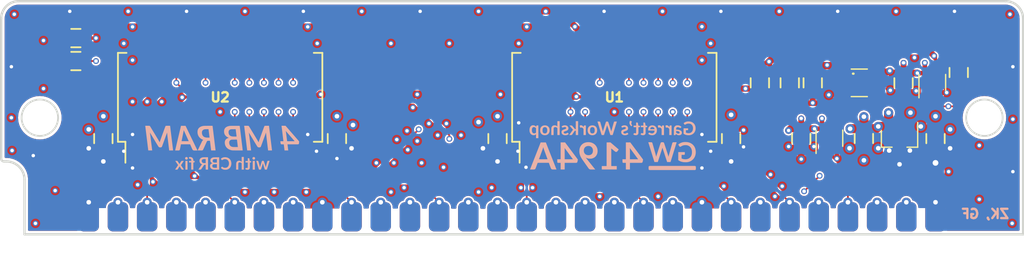
<source format=kicad_pcb>
(kicad_pcb (version 20221018) (generator pcbnew)
  (title_block (title "GW4194A") (date "2023-01-20") (rev "1.1-SOJ-DC") (company "Garrett's Workshop"))
  (layers (0 "F.Cu" signal) (1 "In1.Cu" power) (2 "In2.Cu" power) (31 "B.Cu" signal) (34 "B.Paste" user) (35 "F.Paste" user) (36 "B.SilkS" user "B.Silkscreen") (37 "F.SilkS" user "F.Silkscreen") (38 "B.Mask" user) (39 "F.Mask" user) (44 "Edge.Cuts" user))
  (net 0 "")
  (net 1 "+5V")
  (net 2 "/D0")
  (net 3 "/D1")
  (net 4 "/~{WE}")
  (net 5 "/~{RAS}")
  (net 6 "/~{CAS}")
  (net 7 "/D2")
  (net 8 "/D3")
  (net 9 "GND")
  (net 10 "/D4")
  (net 11 "/D5")
  (net 12 "/D6")
  (net 13 "/A11")
  (net 14 "/D7")
  (net 15 "/QP")
  (net 16 "/~{CASP}")
  (net 17 "/DP")
  (net 18 "/1A0")
  (net 19 "/1A1")
  (net 20 "/1A2")
  (net 21 "/1A3")
  (net 22 "/1A4")
  (net 23 "/1A5")
  (net 24 "/1A6")
  (net 25 "/1A7")
  (net 26 "/1A8")
  (net 27 "/1A10")
  (net 28 "/1A9")
  (net 29 "/~{RWE}")
  (net 30 "/~{OE}")
  (net 31 "/~{WEE}")
  (net 32 "Net-(U4-CK)")
  (net 33 "+3V3")
  (net 34 "Net-(U4-~{R})")
  (net 35 "Net-(R4-Pad2)")
  (footprint "stdpads:C_0805" (layer "F.Cu") (at 85.09 93.257 90)
    (fp_text reference "C1" hide)
    (fp_text value "2u2" hide)
  )
  (footprint "stdpads:C_0805" (layer "F.Cu") (at 105.41 93.257 90)
    (fp_text reference "C2" hide)
    (fp_text value "2u2" hide)
  )
  (footprint "stdpads:C_0805" (layer "F.Cu") (at 119.38 93.257 90)
    (fp_text reference "C3" hide)
    (fp_text value "2u2" hide)
  )
  (footprint "stdpads:C_0805" (layer "F.Cu") (at 157.48 93.257 90)
    (fp_text reference "C5" hide)
    (fp_text value "2u2" hide)
  )
  (footprint "stdpads:SIMM-30_Edge" (layer "F.Cu") (at 120.65 99.822)
    (fp_text reference "J1")
    (fp_text value "DRAM-SIMM-30")
  )
  (footprint "stdpads:R_0805" (layer "F.Cu") (at 82.7 86.5 180)
    (fp_text reference "R1")
    (fp_text value "EDO")
  )
  (footprint "stdpads:R_0805" (layer "F.Cu") (at 82.7 84.5)
    (fp_text reference "R2")
    (fp_text value "FPM")
  )
  (footprint "stdpads:C_0805" (layer "F.Cu") (at 146.8 88.4 -90)
    (fp_text reference "C9")
    (fp_text value "22p")
  )
  (footprint "stdpads:R_0805" (layer "F.Cu") (at 144.8 88.4 -90)
    (fp_text reference "R3")
    (fp_text value "100")
  )
  (footprint "stdpads:SOT-353" (layer "F.Cu") (at 148.25 93.25)
    (fp_text reference "U3")
    (fp_text value "74LVC1G04")
  )
  (footprint "stdpads:SOT-353" (layer "F.Cu") (at 157.2 88.4)
    (fp_text reference "U5")
    (fp_text value "74LVC1G32")
  )
  (footprint "stdpads:C_0805" (layer "F.Cu") (at 154.7 88.4 -90)
    (fp_text reference "C8")
    (fp_text value "2u2")
  )
  (footprint "stdpads:SOT-23" (layer "F.Cu") (at 154.35 93.25 90)
    (fp_text reference "U6")
    (fp_text value "XC6206PxxxMR")
  )
  (footprint "stdpads:C_0805" (layer "F.Cu") (at 151.25 93.25 -90)
    (fp_text reference "C7" hide)
    (fp_text value "2u2" hide)
  )
  (footprint "stdpads:R_0805" (layer "F.Cu") (at 142.2 88.4 90)
    (fp_text reference "R4")
    (fp_text value "100")
  )
  (footprint "stdpads:C_0805" (layer "F.Cu") (at 145.8 93.25 -90)
    (fp_text reference "C6")
    (fp_text value "2u2")
  )
  (footprint "stdpads:SOP-24-26_300mil" (layer "F.Cu") (at 129.54 89.662 90)
    (fp_text reference "U1")
    (fp_text value "4C4M4")
  )
  (footprint "stdpads:SOP-24-26_300mil" (layer "F.Cu") (at 95.25 89.662 90)
    (fp_text reference "U2")
    (fp_text value "4C4M4")
  )
  (footprint "stdpads:C_0805" (layer "F.Cu") (at 139.7 93.257 90)
    (fp_text reference "C4")
    (fp_text value "2u2")
  )
  (footprint "stdpads:NXP_VSSOP-8_2.3x2mm_Big" (layer "F.Cu") (at 150.85 88.4)
    (fp_text reference "U4")
    (fp_text value "74LVC1G74DC")
  )
  (footprint "stdpads:R_0805" (layer "F.Cu") (at 159.5 87.5 -90)
    (fp_text reference "R5")
    (fp_text value "DNP")
  )
  (footprint "LOGO" (layer "B.Cu") (at 129.413 94.0435 180)
    (fp_text reference "G***" hide)
    (fp_text value "LOGO" hide)
  )
  (footprint "LOGO" (layer "B.Cu") (at 95.4405 93.98 180)
    (fp_text reference "G***" hide)
    (fp_text value "LOGO" hide)
  )
  (gr_circle (center 79.5655 91.44) (end 77.978 91.44) (stroke (width 0.15)) (fill none) (layer "Edge.Cuts"))
  (gr_circle (center 161.7345 91.44) (end 163.322 91.44) (stroke (width 0.15)) (fill none) (layer "Edge.Cuts"))
  (gr_arc (start 163.576 81.28) (mid 164.653631 81.726369) (end 165.1 82.804) (stroke (width 0.2)) (layer "Edge.Cuts"))
  (gr_arc (start 76.2 82.804) (mid 76.646369 81.726369) (end 77.724 81.28) (stroke (width 0.2)) (layer "Edge.Cuts"))
  (gr_line (start 76.6445 95.25) (end 76.454 95.25) (stroke (width 0.2)) (layer "Edge.Cuts"))
  (gr_line (start 78.232 101.6) (end 78.232 96.8375) (stroke (width 0.2)) (layer "Edge.Cuts"))
  (gr_arc (start 76.454 95.25) (mid 76.274395 95.175605) (end 76.2 94.996) (stroke (width 0.2)) (layer "Edge.Cuts"))
  (gr_arc (start 76.6445 95.25) (mid 77.767032 95.714968) (end 78.232 96.8375) (stroke (width 0.2)) (layer "Edge.Cuts"))
  (gr_line (start 76.2 94.996) (end 76.2 82.804) (stroke (width 0.2)) (layer "Edge.Cuts"))
  (gr_line (start 165.1 101.6) (end 78.232 101.6) (stroke (width 0.2)) (layer "Edge.Cuts"))
  (gr_line (start 165.1 82.804) (end 165.1 101.6) (stroke (width 0.2)) (layer "Edge.Cuts"))
  (gr_line (start 77.724 81.28) (end 163.576 81.28) (stroke (width 0.2)) (layer "Edge.Cuts"))
  (gr_text "ZK, GF" (at 161.798 99.822) (layer "B.SilkS") (effects (font (size 0.8128 0.8128) (thickness 0.2032)) (justify mirror)))
  (segment (start 154.35 94.3) (end 155.25 94.3) (width 0.8) (layer "F.Cu") (net 1))
  (segment (start 154.35 94.3) (end 153.45 94.3) (width 0.8) (layer "F.Cu") (net 1))
  (segment (start 154.35 94.3) (end 154.35 95.5) (width 0.8) (layer "F.Cu") (net 1))
  (segment (start 105.41 94.107) (end 103.886 94.107) (width 0.6) (layer "F.Cu") (net 1))
  (segment (start 119.38 94.107) (end 118.11 94.107) (width 0.762) (layer "F.Cu") (net 1))
  (segment (start 138.176 94.107) (end 137.922 94.361) (width 0.508) (layer "F.Cu") (net 1))
  (segment (start 155.443 94.107) (end 155.25 94.3) (width 0.8) (layer "F.Cu") (net 1))
  (segment (start 87.63 94.361) (end 87.63 92.9005) (width 0.6) (layer "F.Cu") (net 1))
  (segment (start 140.6525 94.107) (end 140.7795 93.98) (width 0.508) (layer "F.Cu") (net 1))
  (segment (start 157.48 98.806) (end 157.48 95.377) (width 1.27) (layer "F.Cu") (net 1))
  (segment (start 87.63 94.361) (end 87.63 95.8215) (width 0.6) (layer "F.Cu") (net 1))
  (segment (start 139.7 94.107) (end 138.176 94.107) (width 0.508) (layer "F.Cu") (net 1))
  (segment (start 105.41 94.107) (end 105.41 94.996) (width 0.508) (layer "F.Cu") (net 1))
  (segment (start 87.63 94.361) (end 86.868 94.361) (width 0.6) (layer "F.Cu") (net 1))
  (segment (start 119.38 94.107) (end 119.38 95.25) (width 0.762) (layer "F.Cu") (net 1))
  (segment (start 120.904 94.107) (end 121.158 94.361) (width 0.762) (layer "F.Cu") (net 1))
  (segment (start 119.38 94.107) (end 120.904 94.107) (width 0.762) (layer "F.Cu") (net 1))
  (segment (start 105.41 94.107) (end 106.68 94.107) (width 0.762) (layer "F.Cu") (net 1))
  (segment (start 121.92 92.583) (end 121.92 94.361) (width 0.6) (layer "F.Cu") (net 1))
  (segment (start 85.09 94.107) (end 85.09 95.25) (width 0.762) (layer "F.Cu") (net 1))
  (segment (start 121.2215 91.8845) (end 121.92 92.583) (width 0.6) (layer "F.Cu") (net 1))
  (segment (start 85.09 94.107) (end 86.614 94.107) (width 0.762) (layer "F.Cu") (net 1))
  (segment (start 157.48 94.107) (end 158.75 94.107) (width 0.8) (layer "F.Cu") (net 1))
  (segment (start 85.09 94.107) (end 83.82 94.107) (width 0.762) (layer "F.Cu") (net 1))
  (segment (start 137.16 94.361) (end 137.922 94.361) (width 0.6) (layer "F.Cu") (net 1))
  (segment (start 137.16 94.361) (end 137.16 92.9005) (width 0.6) (layer "F.Cu") (net 1))
  (segment (start 121.92 94.361) (end 121.92 95.6945) (width 0.6) (layer "F.Cu") (net 1))
  (segment (start 103.886 94.107) (end 103.632 94.361) (width 0.6) (layer "F.Cu") (net 1))
  (segment (start 139.7 94.107) (end 139.7 95.25) (width 0.762) (layer "F.Cu") (net 1))
  (segment (start 137.16 94.361) (end 137.16 95.8215) (width 0.6) (layer "F.Cu") (net 1))
  (segment (start 121.92 94.361) (end 121.158 94.361) (width 0.6) (layer "F.Cu") (net 1))
  (segment (start 86.614 94.107) (end 86.868 94.361) (width 0.762) (layer "F.Cu") (net 1))
  (segment (start 157.48 94.107) (end 155.443 94.107) (width 0.8) (layer "F.Cu") (net 1))
  (segment (start 121.92 95.6945) (end 121.8565 95.758) (width 0.6) (layer "F.Cu") (net 1))
  (segment (start 157.48 95.377) (end 157.48 94.107) (width 0.762) (layer "F.Cu") (net 1))
  (segment (start 102.87 94.361) (end 102.87 92.9005) (width 0.6) (layer "F.Cu") (net 1))
  (segment (start 102.87 94.361) (end 103.632 94.361) (width 0.6) (layer "F.Cu") (net 1))
  (segment (start 139.7 94.107) (end 140.6525 94.107) (width 0.508) (layer "F.Cu") (net 1))
  (via (at 77.089 86.995) (size 0.508) (drill 0.3) (layers "F.Cu" "B.Cu") (net 1))
  (via (at 164.211 86.995) (size 0.508) (drill 0.3) (layers "F.Cu" "B.Cu") (net 1))
  (via (at 164.211 96.139) (size 0.508) (drill 0.3) (layers "F.Cu" "B.Cu") (net 1))
  (via (at 78.994 94.742) (size 0.508) (drill 0.3) (layers "F.Cu" "B.Cu") (net 1))
  (via (at 159.131 82.169) (size 0.508) (drill 0.3) (layers "F.Cu" "B.Cu") (net 1))
  (via (at 148.971 82.169) (size 0.508) (drill 0.3) (layers "F.Cu" "B.Cu") (net 1))
  (via (at 92.329 82.169) (size 0.508) (drill 0.3) (layers "F.Cu" "B.Cu") (net 1))
  (via (at 102.489 82.169) (size 0.508) (drill 0.3) (layers "F.Cu" "B.Cu") (net 1))
  (via (at 138.811 82.169) (size 0.508) (drill 0.3) (layers "F.Cu" "B.Cu") (net 1))
  (via (at 82.169 82.169) (size 0.508) (drill 0.3) (layers "F.Cu" "B.Cu") (net 1))
  (via (at 112.649 82.169) (size 0.508) (drill 0.3) (layers "F.Cu" "B.Cu") (net 1))
  (via (at 128.651 82.169) (size 0.508) (drill 0.3) (layers "F.Cu" "B.Cu") (net 1))
  (via (at 155.25 94.3) (size 0.8) (drill 0.4) (layers "F.Cu" "B.Cu") (net 1))
  (via (at 154.35 95.5) (size 0.8) (drill 0.4) (layers "F.Cu" "B.Cu") (net 1))
  (via (at 153.45 94.3) (size 0.8) (drill 0.4) (layers "F.Cu" "B.Cu") (net 1))
  (via (at 121.8565 95.758) (size 0.5) (drill 0.3) (layers "F.Cu" "B.Cu") (net 1))
  (via (at 121.2215 91.8845) (size 0.6) (drill 0.3) (layers "F.Cu" "B.Cu") (net 1))
  (via (at 105.41 94.996) (size 0.508) (drill 0.3) (layers "F.Cu" "B.Cu") (net 1))
  (via (at 140.7795 93.98) (size 0.508) (drill 0.3) (layers "F.Cu" "B.Cu") (net 1))
  (via (at 87.63 92.9005) (size 0.6) (drill 0.3) (layers "F.Cu" "B.Cu") (net 1))
  (via (at 83.82 94.107) (size 0.8) (drill 0.4) (layers "F.Cu" "B.Cu") (net 1))
  (via (at 119.38 95.25) (size 0.8) (drill 0.4) (layers "F.Cu" "B.Cu") (net 1))
  (via (at 85.09 95.25) (size 0.8) (drill 0.4) (layers "F.Cu" "B.Cu") (net 1))
  (via (at 86.868 94.361) (size 0.6) (drill 0.3) (layers "F.Cu" "B.Cu") (net 1))
  (via (at 137.16 95.8215) (size 0.6) (drill 0.3) (layers "F.Cu" "B.Cu") (net 1))
  (via (at 139.7 95.25) (size 0.8) (drill 0.4) (layers "F.Cu" "B.Cu") (net 1))
  (via (at 137.922 94.361) (size 0.6) (drill 0.3) (layers "F.Cu" "B.Cu") (net 1))
  (via (at 158.75 94.107) (size 0.8) (drill 0.4) (layers "F.Cu" "B.Cu") (net 1))
  (via (at 121.158 94.361) (size 0.6) (drill 0.3) (layers "F.Cu" "B.Cu") (net 1))
  (via (at 137.16 92.9005) (size 0.6) (drill 0.3) (layers "F.Cu" "B.Cu") (net 1))
  (via (at 118.11 94.107) (size 0.8) (drill 0.4) (layers "F.Cu" "B.Cu") (net 1))
  (via (at 87.63 95.8215) (size 0.6) (drill 0.3) (layers "F.Cu" "B.Cu") (net 1))
  (via (at 103.632 94.361) (size 0.6) (drill 0.3) (layers "F.Cu" "B.Cu") (net 1))
  (via (at 106.68 94.107) (size 0.8) (drill 0.4) (layers "F.Cu" "B.Cu") (net 1))
  (via (at 157.48 95.377) (size 1) (drill 0.5) (layers "F.Cu" "B.Cu") (net 1))
  (via (at 102.87 92.9005) (size 0.6) (drill 0.3) (layers "F.Cu" "B.Cu") (net 1))
  (segment (start 88.9 96.266) (end 88.265 95.631) (width 0.1524) (layer "F.Cu") (net 2))
  (segment (start 88.265 89.916) (end 88.9 89.281) (width 0.1524) (layer "F.Cu") (net 2))
  (segment (start 88.265 95.631) (end 88.265 89.916) (width 0.1524) (layer "F.Cu") (net 2))
  (segment (start 88.9 98.806) (end 88.9 96.266) (width 0.1524) (layer "F.Cu") (net 2))
  (segment (start 88.9 89.281) (end 88.9 85.962) (width 0.1524) (layer "F.Cu") (net 2))
  (segment (start 96.52 98.806) (end 95.504 97.79) (width 0.1524) (layer "F.Cu") (net 3))
  (segment (start 95.504 97.79) (end 90.932 97.79) (width 0.1524) (layer "F.Cu") (net 3))
  (segment (start 90.932 97.79) (end 88.9 95.758) (width 0.1524) (layer "F.Cu") (net 3))
  (segment (start 88.9 95.758) (end 88.9 94.112) (width 0.1524) (layer "F.Cu") (net 3))
  (segment (start 156.55 89.25) (end 156.55 90.2) (width 0.1524) (layer "F.Cu") (net 4))
  (segment (start 156.8 90.45) (end 158.6 90.45) (width 0.1524) (layer "F.Cu") (net 4))
  (segment (start 159.25 90.45) (end 158.6 90.45) (width 0.1524) (layer "F.Cu") (net 4))
  (segment (start 146.7485 97.155) (end 146.05 97.8535) (width 0.1524) (layer "F.Cu") (net 4))
  (segment (start 159.5 90.2) (end 159.25 90.45) (width 0.1524) (layer "F.Cu") (net 4))
  (segment (start 156.55 90.2) (end 156.8 90.45) (width 0.1524) (layer "F.Cu") (net 4))
  (segment (start 147.4 96.5) (end 146.7485 97.1515) (width 0.1524) (layer "F.Cu") (net 4))
  (segment (start 159.5 88.45) (end 159.5 90.2) (width 0.1524) (layer "F.Cu") (net 4))
  (segment (start 146.7485 97.1515) (end 146.7485 97.155) (width 0.1524) (layer "F.Cu") (net 4))
  (via (at 146.05 97.8535) (size 0.508) (drill 0.3) (layers "F.Cu" "B.Cu") (net 4))
  (via (at 147.4 96.5) (size 0.508) (drill 0.3) (layers "F.Cu" "B.Cu") (net 4))
  (via (at 158.6 90.45) (size 0.508) (drill 0.3) (layers "F.Cu" "B.Cu") (net 4))
  (segment (start 127 94.112) (end 127 90.932) (width 0.1524) (layer "F.Cu") (net 5))
  (segment (start 92.71 95.504) (end 92.71 93.362) (width 0.1524) (layer "F.Cu") (net 5))
  (segment (start 112.522 92.456) (end 108.585 96.393) (width 0.1524) (layer "F.Cu") (net 5))
  (segment (start 149.86 96.66) (end 149.86 98.806) (width 0.1524) (layer "F.Cu") (net 5))
  (segment (start 108.585 96.393) (end 93.599 96.393) (width 0.1524) (layer "F.Cu") (net 5))
  (segment (start 148.25 94.1) (end 148.25 95.05) (width 0.1524) (layer "F.Cu") (net 5))
  (segment (start 93.599 96.393) (end 92.71 95.504) (width 0.1524) (layer "F.Cu") (net 5))
  (segment (start 148.25 95.05) (end 149.86 96.66) (width 0.1524) (layer "F.Cu") (net 5))
  (via (at 127 90.932) (size 0.508) (drill 0.3) (layers "F.Cu" "B.Cu") (net 5))
  (via (at 112.522 92.456) (size 0.508) (drill 0.3) (layers "F.Cu" "B.Cu") (net 5))
  (segment (start 124.9045 82.9945) (end 125.73 83.82) (width 0.1524) (layer "F.Cu") (net 6))
  (segment (start 144 86.35) (end 150 86.35) (width 0.1524) (layer "F.Cu") (net 6))
  (segment (start 103.759 88.8365) (end 114.4905 88.8365) (width 0.1524) (layer "F.Cu") (net 6))
  (segment (start 137.85 89.25) (end 138.7 88.4) (width 0.1524) (layer "F.Cu") (net 6))
  (segment (start 91.44 88.392) (end 92.329 89.281) (width 0.1524) (layer "F.Cu") (net 6))
  (segment (start 143.15 88.4) (end 143.5 88.05) (width 0.1524) (layer "F.Cu") (net 6))
  (segment (start 92.329 89.281) (end 103.3145 89.281) (width 0.1524) (layer "F.Cu") (net 6))
  (segment (start 150.35 86.7) (end 150.35 88) (width 0.1524) (layer "F.Cu") (net 6))
  (segment (start 114.4905 88.8365) (end 120.3325 82.9945) (width 0.1524) (layer "F.Cu") (net 6))
  (segment (start 150 86.35) (end 150.35 86.7) (width 0.1524) (layer "F.Cu") (net 6))
  (segment (start 138.7 88.4) (end 143.15 88.4) (width 0.1524) (layer "F.Cu") (net 6))
  (segment (start 84.45 86.5) (end 83.65 86.5) (width 0.1524) (layer "F.Cu") (net 6))
  (segment (start 125.73 88.392) (end 126.588 89.25) (width 0.1524) (layer "F.Cu") (net 6))
  (segment (start 125.73 83.82) (end 125.73 88.392) (width 0.1524) (layer "F.Cu") (net 6))
  (segment (start 126.588 89.25) (end 137.85 89.25) (width 0.1524) (layer "F.Cu") (net 6))
  (segment (start 150.2 88.15) (end 149.325 88.15) (width 0.1524) (layer "F.Cu") (net 6))
  (segment (start 103.3145 89.281) (end 103.759 88.8365) (width 0.1524) (layer "F.Cu") (net 6))
  (segment (start 120.3325 82.9945) (end 124.9045 82.9945) (width 0.1524) (layer "F.Cu") (net 6))
  (segment (start 143.5 88.05) (end 143.5 86.85) (width 0.1524) (layer "F.Cu") (net 6))
  (segment (start 143.5 86.85) (end 144 86.35) (width 0.1524) (layer "F.Cu") (net 6))
  (segment (start 91.44 88.392) (end 91.44 85.212) (width 0.1524) (layer "F.Cu") (net 6))
  (segment (start 150.35 88) (end 150.2 88.15) (width 0.1524) (layer "F.Cu") (net 6))
  (via (at 84.45 86.5) (size 0.508) (drill 0.3) (layers "F.Cu" "B.Cu") (net 6))
  (via (at 91.44 88.392) (size 0.508) (drill 0.3) (layers "F.Cu" "B.Cu") (net 6))
  (segment (start 90.17 85.962) (end 90.17 89.281) (width 0.1524) (layer "F.Cu") (net 7))
  (segment (start 105.283 97.409) (end 106.68 98.806) (width 0.1524) (layer "F.Cu") (net 7))
  (segment (start 89.535 95.758) (end 91.186 97.409) (width 0.1524) (layer "F.Cu") (net 7))
  (segment (start 90.17 89.281) (end 89.535 89.916) (width 0.1524) (layer "F.Cu") (net 7))
  (segment (start 91.186 97.409) (end 105.283 97.409) (width 0.1524) (layer "F.Cu") (net 7))
  (segment (start 89.535 89.916) (end 89.535 95.758) (width 0.1524) (layer "F.Cu") (net 7))
  (segment (start 91.44 97.028) (end 112.522 97.028) (width 0.1524) (layer "F.Cu") (net 8))
  (segment (start 90.17 95.758) (end 91.44 97.028) (width 0.1524) (layer "F.Cu") (net 8))
  (segment (start 90.17 94.112) (end 90.17 95.758) (width 0.1524) (layer "F.Cu") (net 8))
  (segment (start 112.522 97.028) (end 114.3 98.806) (width 0.1524) (layer "F.Cu") (net 8))
  (segment (start 155.3 92.2) (end 156.2 92.2) (width 0.8) (layer "F.Cu") (net 9))
  (segment (start 155.3 92.2) (end 155.3 91) (width 0.8) (layer "F.Cu") (net 9))
  (segment (start 146.75 94.1) (end 146.9 93.95) (width 0.6) (layer "F.Cu") (net 9))
  (segment (start 87.63 84.963) (end 87.63 83.5207) (width 0.6) (layer "F.Cu") (net 9))
  (segment (start 105.41 92.407) (end 105.41 91.313) (width 0.762) (layer "F.Cu") (net 9))
  (segment (start 151.25 94.1) (end 151.25 95.15) (width 0.8) (layer "F.Cu") (net 9))
  (segment (start 87.63 84.963) (end 87.63 86.4235) (width 0.6) (layer "F.Cu") (net 9))
  (segment (start 153.75 89.25) (end 153.55 89.05) (width 0.6) (layer "F.Cu") (net 9))
  (segment (start 154.7 89.25) (end 153.75 89.25) (width 0.6) (layer "F.Cu") (net 9))
  (segment (start 145.8 94.1) (end 146.75 94.1) (width 0.6) (layer "F.Cu") (net 9))
  (segment (start 137.16 84.963) (end 137.922 84.963) (width 0.6) (layer "F.Cu") (net 9))
  (segment (start 156.407 92.407) (end 156.2 92.2) (width 0.8) (layer "F.Cu") (net 9))
  (segment (start 148 89.25) (end 148.2 89.45) (width 0.6) (layer "F.Cu") (net 9))
  (segment (start 106.475 92.407) (end 106.807 92.075) (width 0.762) (layer "F.Cu") (net 9))
  (segment (start 121.92 84.963) (end 121.92 83.522149) (width 0.6) (layer "F.Cu") (net 9))
  (segment (start 118.315 92.407) (end 117.729 91.821) (width 0.762) (layer "F.Cu") (net 9))
  (segment (start 146.8 89.25) (end 148 89.25) (width 0.6) (layer "F.Cu") (net 9))
  (segment (start 151.25 94.1) (end 152.5 94.1) (width 0.8) (layer "F.Cu") (net 9))
  (segment (start 83.869 92.407) (end 83.82 92.456) (width 0.762) (layer "F.Cu") (net 9))
  (segment (start 85.09 92.407) (end 85.09 91.313) (width 0.762) (layer "F.Cu") (net 9))
  (segment (start 157.48 92.407) (end 158.701 92.407) (width 0.8) (layer "F.Cu") (net 9))
  (segment (start 102.87 84.963) (end 102.87 83.5207) (width 0.6) (layer "F.Cu") (net 9))
  (segment (start 102.87 84.963) (end 103.6955 84.963) (width 0.6) (layer "F.Cu") (net 9))
  (segment (start 144.85 94.1) (end 144.7 93.95) (width 0.6) (layer "F.Cu") (net 9))
  (segment (start 121.92 84.963) (end 121.92 86.1695) (width 0.6) (layer "F.Cu") (net 9))
  (segment (start 83.65 84.5) (end 84.45 84.5) (width 0.1524) (layer "F.Cu") (net 9))
  (segment (start 140.667 92.407) (end 140.7795 92.5195) (width 0.508) (layer "F.Cu") (net 9))
  (segment (start 157.85 89.25) (end 158.45 89.25) (width 0.45) (layer "F.Cu") (net 9))
  (segment (start 87.63 84.963) (end 86.868 84.963) (width 0.6) (layer "F.Cu") (net 9))
  (segment (start 137.16 84.963) (end 137.16 83.5025) (width 0.6) (layer "F.Cu") (net 9))
  (segment (start 145.8 94.1) (end 144.85 94.1) (width 0.6) (layer "F.Cu") (net 9))
  (segment (start 105.41 92.407) (end 106.475 92.407) (width 0.762) (layer "F.Cu") (net 9))
  (segment (start 121.92 84.963) (end 121.2215 84.963) (width 0.6) (layer "F.Cu") (net 9))
  (segment (start 154.7 89.25) (end 155.65 89.25) (width 0.6) (layer "F.Cu") (net 9))
  (segment (start 151.25 94.1) (end 150 94.1) (width 0.8) (layer "F.Cu") (net 9))
  (segment (start 121.92 83.522149) (end 121.921449 83.5207) (width 0.6) (layer "F.Cu") (net 9))
  (segment (start 119.38 92.407) (end 118.315 92.407) (width 0.762) (layer "F.Cu") (net 9))
  (segment (start 149.35 89.35) (end 148.3 89.35) (width 0.6) (layer "F.Cu") (net 9))
  (segment (start 157.48 92.407) (end 156.407 92.407) (width 0.8) (layer "F.Cu") (net 9))
  (segment (start 139.7 92.407) (end 139.7 91.186) (width 0.762) (layer "F.Cu") (net 9))
  (segment (start 148.3 89.35) (end 148.2 89.45) (width 0.6) (layer "F.Cu") (net 9))
  (segment (start 157.48 92.407) (end 157.48 91.313) (width 0.8) (layer "F.Cu") (net 9))
  (segment (start 145.8 94.1) (end 145.8 95.05) (width 0.6) (layer "F.Cu") (net 9))
  (segment (start 155.65 89.25) (end 155.8 89.1) (width 0.6) (layer "F.Cu") (net 9))
  (segment (start 119.38 92.407) (end 119.38 91.313) (width 0.762) (layer "F.Cu") (net 9))
  (segment (start 146.8 89.25) (end 146.8 90.15) (width 0.508) (layer "F.Cu") (net 9))
  (segment (start 139.7 92.407) (end 140.667 92.407) (width 0.508) (layer "F.Cu") (net 9))
  (segment (start 137.16 84.963) (end 137.16 86.4235) (width 0.6) (layer "F.Cu") (net 9))
  (segment (start 85.09 92.407) (end 83.869 92.407) (width 0.762) (layer "F.Cu") (net 9))
  (segment (start 148.9 94.1) (end 148.9 95) (width 0.4) (layer "F.Cu") (net 9))
  (segment (start 158.701 92.407) (end 158.75 92.456) (width 0.8) (layer "F.Cu") (net 9))
  (via (at 112.776 95.377) (size 0.508) (drill 0.3) (layers "F.Cu" "B.Cu") (net 9))
  (via (at 110.617 93.345) (size 0.508) (drill 0.3) (layers "F.Cu" "B.Cu") (net 9))
  (via (at 95.25 90.932) (size 0.508) (drill 0.3) (layers "F.Cu" "B.Cu") (net 9))
  (via (at 112.395 89.408) (size 0.508) (drill 0.3) (layers "F.Cu" "B.Cu") (net 9))
  (via (at 119.634 89.408) (size 0.508) (drill 0.3) (layers "F.Cu" "B.Cu") (net 9))
  (via (at 111.252 97.536) (size 0.508) (drill 0.3) (layers "F.Cu" "B.Cu") (net 9))
  (via (at 117.729 97.917) (size 0.508) (drill 0.3) (layers "F.Cu" "B.Cu") (net 9))
  (via (at 118.872 97.536) (size 0.508) (drill 0.3) (layers "F.Cu" "B.Cu") (net 9))
  (via (at 139.065 97.409) (size 0.508) (drill 0.3) (layers "F.Cu" "B.Cu") (net 9))
  (via (at 89.408 97.028) (size 0.508) (drill 0.3) (layers "F.Cu" "B.Cu") (net 9))
  (via (at 88.0745 97.282) (size 0.508) (drill 0.3) (layers "F.Cu" "B.Cu") (net 9))
  (via (at 114.173 92.964) (size 0.508) (drill 0.3) (layers "F.Cu" "B.Cu") (net 9))
  (via (at 114.935 91.948) (size 0.508) (drill 0.3) (layers "F.Cu" "B.Cu") (net 9))
  (via (at 114.681 95.758) (size 0.508) (drill 0.3) (layers "F.Cu" "B.Cu") (net 9))
  (via (at 144.145 97.409) (size 0.508) (drill 0.3) (layers "F.Cu" "B.Cu") (net 9))
  (via (at 143.129 96.393) (size 0.508) (drill 0.3) (layers "F.Cu" "B.Cu") (net 9))
  (via (at 88.9 90.043) (size 0.508) (drill 0.3) (layers "F.Cu" "B.Cu") (net 9))
  (via (at 87.63 90.043) (size 0.508) (drill 0.3) (layers "F.Cu" "B.Cu") (net 9))
  (via (at 90.17 90.043) (size 0.508) (drill 0.3) (layers "F.Cu" "B.Cu") (net 9))
  (via (at 91.948 89.662) (size 0.508) (drill 0.3) (layers "F.Cu" "B.Cu") (net 9))
  (via (at 126.238 89.5985) (size 0.508) (drill 0.3) (layers "F.Cu" "B.Cu") (net 9))
  (via (at 112.395 93.472) (size 0.508) (drill 0.3) (layers "F.Cu" "B.Cu") (net 9))
  (via (at 113.411 91.948) (size 0.508) (drill 0.3) (layers "F.Cu" "B.Cu") (net 9))
  (via (at 116.205 92.964) (size 0.508) (drill 0.3) (layers "F.Cu" "B.Cu") (net 9))
  (via (at 111.506 92.583) (size 0.508) (drill 0.3) (layers "F.Cu" "B.Cu") (net 9))
  (via (at 121.412 97.536) (size 0.508) (drill 0.3) (layers "F.Cu" "B.Cu") (net 9))
  (via (at 122.428 97.536) (size 0.508) (drill 0.3) (layers "F.Cu" "B.Cu") (net 9))
  (via (at 110.363 95.377) (size 0.508) (drill 0.3) (layers "F.Cu" "B.Cu") (net 9))
  (via (at 163.957 82.423) (size 0.508) (drill 0.3) (layers "F.Cu" "B.Cu") (net 9))
  (via (at 164.1475 100.6475) (size 0.508) (drill 0.3) (layers "F.Cu" "B.Cu") (net 9))
  (via (at 79.1845 100.6475) (size 0.508) (drill 0.3) (layers "F.Cu" "B.Cu") (net 9))
  (via (at 77.1525 94.2975) (size 0.508) (drill 0.3) (layers "F.Cu" "B.Cu") (net 9))
  (via (at 77.089 91.44) (size 0.508) (drill 0.3) (layers "F.Cu" "B.Cu") (net 9))
  (via (at 79.883 84.709) (size 0.508) (drill 0.3) (layers "F.Cu" "B.Cu") (net 9))
  (via (at 161.29 93.853) (size 0.508) (drill 0.3) (layers "F.Cu" "B.Cu") (net 9))
  (via (at 161.29 98.552) (size 0.508) (drill 0.3) (layers "F.Cu" "B.Cu") (net 9))
  (via (at 80.899 97.79) (size 0.508) (drill 0.3) (layers "F.Cu" "B.Cu") (net 9))
  (via (at 79.883 88.9) (size 0.508) (drill 0.3) (layers "F.Cu" "B.Cu") (net 9))
  (via (at 133.35 98.298) (size 0.508) (drill 0.3) (layers "F.Cu" "B.Cu") (net 9))
  (via (at 110.109 97.917) (size 0.508) (drill 0.3) (layers "F.Cu" "B.Cu") (net 9))
  (via (at 102.743 97.917) (size 0.508) (drill 0.3) (layers "F.Cu" "B.Cu") (net 9))
  (via (at 99.949 97.917) (size 0.508) (drill 0.3) (layers "F.Cu" "B.Cu") (net 9))
  (via (at 97.409 97.917) (size 0.508) (drill 0.3) (layers "F.Cu" "B.Cu") (net 9))
  (via (at 158.623 96.139) (size 0.508) (drill 0.3) (layers "F.Cu" "B.Cu") (net 9))
  (via (at 111.5695 94.234) (size 0.508) (drill 0.3) (layers "F.Cu" "B.Cu") (net 9))
  (via (at 104.013 89.408) (size 0.508) (drill 0.3) (layers "F.Cu" "B.Cu") (net 9))
  (via (at 108.839 95.377) (size 0.508) (drill 0.3) (layers "F.Cu" "B.Cu") (net 9))
  (via (at 112.014 90.551) (size 0.508) (drill 0.3) (layers "F.Cu" "B.Cu") (net 9))
  (via (at 164.211 91.567) (size 0.508) (drill 0.3) (layers "F.Cu" "B.Cu") (net 9))
  (via (at 77.343 82.423) (size 0.508) (drill 0.3) (layers "F.Cu" "B.Cu") (net 9))
  (via (at 154.051 82.169) (size 0.508) (drill 0.3) (layers "F.Cu" "B.Cu") (net 9))
  (via (at 87.249 82.169) (size 0.508) (drill 0.3) (layers "F.Cu" "B.Cu") (net 9))
  (via (at 97.409 82.169) (size 0.508) (drill 0.3) (layers "F.Cu" "B.Cu") (net 9))
  (via (at 143.891 82.169) (size 0.508) (drill 0.3) (layers "F.Cu" "B.Cu") (net 9))
  (via (at 110.109 84.963) (size 0.508) (drill 0.3) (layers "F.Cu" "B.Cu") (net 9))
  (via (at 115.189 84.963) (size 0.508) (drill 0.3) (layers "F.Cu" "B.Cu") (net 9))
  (via (at 126.111 83.5025) (size 0.508) (drill 0.3) (layers "F.Cu" "B.Cu") (net 9))
  (via (at 107.569 82.169) (size 0.508) (drill 0.3) (layers "F.Cu" "B.Cu") (net 9))
  (via (at 117.729 82.169) (size 0.508) (drill 0.3) (layers "F.Cu" "B.Cu") (net 9))
  (via (at 123.571 82.169) (size 0.508) (drill 0.3) (layers "F.Cu" "B.Cu") (net 9))
  (via (at 133.731 82.169) (size 0.508) (drill 0.3) (layers "F.Cu" "B.Cu") (net 9))
  (via (at 128.27 98.298) (size 0.508) (drill 0.3) (layers "F.Cu" "B.Cu") (net 9))
  (via (at 143.51 98.298) (size 0.508) (drill 0.3) (layers "F.Cu" "B.Cu") (net 9))
  (via (at 157.35 86.05) (size 0.508) (drill 0.3) (layers "F.Cu" "B.Cu") (net 9))
  (via (at 156.2 92.2) (size 0.8) (drill 0.4) (layers "F.Cu" "B.Cu") (net 9))
  (via (at 148.05 86.85) (size 0.508) (drill 0.3) (layers "F.Cu" "B.Cu") (net 9))
  (via (at 155.65 86.2) (size 0.508) (drill 0.3) (layers "F.Cu" "B.Cu") (net 9))
  (via (at 143 86.55) (size 0.508) (drill 0.3) (layers "F.Cu" "B.Cu") (net 9))
  (via (at 140.95 88.9) (size 0.508) (drill 0.3) (layers "F.Cu" "B.Cu") (net 9))
  (via (at 117.729 91.821) (size 0.8) (drill 0.4) (layers "F.Cu" "B.Cu") (net 9))
  (via (at 87.63 86.4235) (size 0.6) (drill 0.3) (layers "F.Cu" "B.Cu") (net 9))
  (via (at 150 94.1) (size 0.8) (drill 0.4) (layers "F.Cu" "B.Cu") (net 9))
  (via (at 137.16 86.4235) (size 0.6) (drill 0.3) (layers "F.Cu" "B.Cu") (net 9))
  (via (at 84.45 84.5) (size 0.508) (drill 0.3) (layers "F.Cu" "B.Cu") (net 9))
  (via (at 145.8 95.05) (size 0.6) (drill 0.3) (layers "F.Cu" "B.Cu") (net 9))
  (via (at 140.7795 92.5195) (size 0.508) (drill 0.3) (layers "F.Cu" "B.Cu") (net 9))
  (via (at 151.25 95.15) (size 0.8) (drill 0.4) (layers "F.Cu" "B.Cu") (net 9))
  (via (at 158.75 92.456) (size 0.8) (drill 0.4) (layers "F.Cu" "B.Cu") (net 9))
  (via (at 148.2 89.45) (size 0.6) (drill 0.3) (layers "F.Cu" "B.Cu") (net 9))
  (via (at 102.87 83.5207) (size 0.6) (drill 0.3) (layers "F.Cu" "B.Cu") (net 9))
  (via (at 146.9 93.95) (size 0.6) (drill 0.3) (layers "F.Cu" "B.Cu") (net 9))
  (via (at 137.922 84.963) (size 0.6) (drill 0.3) (layers "F.Cu" "B.Cu") (net 9))
  (via (at 153.55 89.05) (size 0.6) (drill 0.3) (layers "F.Cu" "B.Cu") (net 9))
  (via (at 85.09 91.313) (size 0.8) (drill 0.4) (layers "F.Cu" "B.Cu") (net 9))
  (via (at 148.9 95) (size 0.508) (drill 0.3) (layers "F.Cu" "B.Cu") (net 9))
  (via (at 106.807 92.075) (size 0.8) (drill 0.4) (layers "F.Cu" "B.Cu") (net 9))
  (via (at 103.6955 84.963) (size 0.5) (drill 0.3) (layers "F.Cu" "B.Cu") (net 9))
  (via (at 105.41 91.313) (size 0.8) (drill 0.4) (layers "F.Cu" "B.Cu") (net 9))
  (via (at 144.7 93.95) (size 0.6) (drill 0.3) (layers "F.Cu" "B.Cu") (net 9))
  (via (at 121.2215 84.963) (size 0.5) (drill 0.3) (layers "F.Cu" "B.Cu") (net 9))
  (via (at 87.63 83.5207) (size 0.6) (drill 0.3) (layers "F.Cu" "B.Cu") (net 9))
  (via (at 157.48 91.313) (size 0.8) (drill 0.4) (layers "F.Cu" "B.Cu") (net 9))
  (via (at 158.45 89.25) (size 0.508) (drill 0.3) (layers "F.Cu" "B.Cu") (net 9))
  (via (at 139.7 91.186) (size 0.8) (drill 0.4) (layers "F.Cu" "B.Cu") (net 9))
  (via (at 83.82 92.456) (size 0.8) (drill 0.4) (layers "F.Cu" "B.Cu") (net 9))
  (via (at 121.921449 83.5207) (size 0.6) (drill 0.3) (layers "F.Cu" "B.Cu") (net 9))
  (via (at 137.16 83.5025) (size 0.6) (drill 0.3) (layers "F.Cu" "B.Cu") (net 9))
  (via (at 93.0275 96.52) (size 0.508) (drill 0.3) (layers "F.Cu" "B.Cu") (net 9))
  (via (at 119.38 91.313) (size 0.8) (drill 0.4) (layers "F.Cu" "B.Cu") (net 9))
  (via (at 155.8 89.1) (size 0.6) (drill 0.3) (layers "F.Cu" "B.Cu") (net 9))
  (via (at 155.3 91) (size 0.8) (drill 0.4) (layers "F.Cu" "B.Cu") (net 9))
  (via (at 129.54 90.932) (size 0.508) (drill 0.3) (layers "F.Cu" "B.Cu") (net 9))
  (via (at 152.5 94.1) (size 0.8) (drill 0.4) (layers "F.Cu" "B.Cu") (net 9))
  (via (at 86.868 84.963) (size 0.6) (drill 0.3) (layers "F.Cu" "B.Cu") (net 9))
  (via (at 146.8 90.15) (size 0.508) (drill 0.3) (layers "F.Cu" "B.Cu") (net 9))
  (segment (start 122.555 95.8215) (end 122.555 89.662) (width 0.1524) (layer "F.Cu") (net 10))
  (segment (start 122.555 95.8215) (end 121.92 96.4565) (width 0.1524) (layer "F.Cu") (net 10))
  (segment (start 123.19 89.027) (end 122.555 89.662) (width 0.1524) (layer "F.Cu") (net 10))
  (segment (start 121.92 96.4565) (end 121.92 98.806) (width 0.1524) (layer "F.Cu") (net 10))
  (segment (start 123.19 85.962) (end 123.19 89.027) (width 0.1524) (layer "F.Cu") (net 10))
  (segment (start 123.19 96.266) (end 124.714 97.79) (width 0.1524) (layer "F.Cu") (net 11))
  (segment (start 123.19 93.362) (end 123.19 96.266) (width 0.1524) (layer "F.Cu") (net 11))
  (segment (start 124.714 97.79) (end 131.064 97.79) (width 0.1524) (layer "F.Cu") (net 11))
  (segment (start 131.064 97.79) (end 132.08 98.806) (width 0.1524) (layer "F.Cu") (net 11))
  (segment (start 124.46 89.027) (end 123.825 89.662) (width 0.1524) (layer "F.Cu") (net 12))
  (segment (start 123.825 89.662) (end 123.825 96.012) (width 0.1524) (layer "F.Cu") (net 12))
  (segment (start 123.825 96.012) (end 124.968 97.155) (width 0.1524) (layer "F.Cu") (net 12))
  (segment (start 138.049 97.155) (end 139.7 98.806) (width 0.1524) (layer "F.Cu") (net 12))
  (segment (start 124.968 97.155) (end 138.049 97.155) (width 0.1524) (layer "F.Cu") (net 12))
  (segment (start 124.46 85.212) (end 124.46 89.027) (width 0.1524) (layer "F.Cu") (net 12))
  (segment (start 124.46 93.362) (end 124.46 95.758) (width 0.1524) (layer "F.Cu") (net 14))
  (segment (start 125.222 96.52) (end 142.494 96.52) (width 0.1524) (layer "F.Cu") (net 14))
  (segment (start 142.494 96.52) (end 144.78 98.806) (width 0.1524) (layer "F.Cu") (net 14))
  (segment (start 124.46 95.758) (end 125.222 96.52) (width 0.1524) (layer "F.Cu") (net 14))
  (segment (start 100.33 94.112) (end 100.33 90.932) (width 0.1524) (layer "F.Cu") (net 18))
  (segment (start 132.08 93.362) (end 132.08 90.932) (width 0.1524) (layer "F.Cu") (net 18))
  (via (at 132.08 90.932) (size 0.508) (drill 0.3) (layers "F.Cu" "B.Cu") (net 18))
  (via (at 100.33 90.932) (size 0.508) (drill 0.3) (layers "F.Cu" "B.Cu") (net 18))
  (segment (start 99.06 90.932) (end 99.06 93.362) (width 0.1524) (layer "F.Cu") (net 19))
  (segment (start 133.35 94.112) (end 133.35 90.932) (width 0.1524) (layer "F.Cu") (net 19))
  (via (at 99.06 90.932) (size 0.508) (drill 0.3) (layers "F.Cu" "B.Cu") (net 19))
  (via (at 133.35 90.932) (size 0.508) (drill 0.3) (layers "F.Cu" "B.Cu") (net 19))
  (segment (start 134.62 94.112) (end 134.62 90.932) (width 0.1524) (layer "F.Cu") (net 20))
  (segment (start 97.79 90.932) (end 97.79 93.362) (width 0.1524) (layer "F.Cu") (net 20))
  (via (at 97.79 90.932) (size 0.508) (drill 0.3) (layers "F.Cu" "B.Cu") (net 20))
  (via (at 134.62 90.932) (size 0.508) (drill 0.3) (layers "F.Cu" "B.Cu") (net 20))
  (segment (start 135.89 94.112) (end 135.89 90.932) (width 0.1524) (layer "F.Cu") (net 21))
  (segment (start 96.52 90.932) (end 96.52 93.362) (width 0.1524) (layer "F.Cu") (net 21))
  (via (at 135.89 90.932) (size 0.508) (drill 0.3) (layers "F.Cu" "B.Cu") (net 21))
  (via (at 96.52 90.932) (size 0.508) (drill 0.3) (layers "F.Cu" "B.Cu") (net 21))
  (segment (start 135.89 85.212) (end 135.89 88.392) (width 0.1524) (layer "F.Cu") (net 22))
  (segment (start 93.98 85.212) (end 93.98 88.392) (width 0.1524) (layer "F.Cu") (net 22))
  (via (at 93.98 88.392) (size 0.508) (drill 0.3) (layers "F.Cu" "B.Cu") (net 22))
  (via (at 135.89 88.392) (size 0.508) (drill 0.3) (layers "F.Cu" "B.Cu") (net 22))
  (segment (start 96.52 88.392) (end 96.52 85.962) (width 0.1524) (layer "F.Cu") (net 23))
  (segment (start 134.62 85.962) (end 134.62 88.392) (width 0.1524) (layer "F.Cu") (net 23))
  (via (at 96.52 88.392) (size 0.508) (drill 0.3) (layers "F.Cu" "B.Cu") (net 23))
  (via (at 134.62 88.392) (size 0.508) (drill 0.3) (layers "F.Cu" "B.Cu") (net 23))
  (segment (start 97.79 88.392) (end 97.79 85.962) (width 0.1524) (layer "F.Cu") (net 24))
  (segment (start 133.35 85.212) (end 133.35 88.392) (width 0.1524) (layer "F.Cu") (net 24))
  (via (at 133.35 88.392) (size 0.508) (drill 0.3) (layers "F.Cu" "B.Cu") (net 24))
  (via (at 97.79 88.392) (size 0.508) (drill 0.3) (layers "F.Cu" "B.Cu") (net 24))
  (segment (start 99.06 88.392) (end 99.06 85.962) (width 0.1524) (layer "F.Cu") (net 25))
  (segment (start 132.08 85.212) (end 132.08 88.392) (width 0.1524) (layer "F.Cu") (net 25))
  (via (at 132.08 88.392) (size 0.508) (drill 0.3) (layers "F.Cu" "B.Cu") (net 25))
  (via (at 99.06 88.392) (size 0.508) (drill 0.3) (layers "F.Cu" "B.Cu") (net 25))
  (segment (start 100.33 85.212) (end 100.33 88.392) (width 0.1524) (layer "F.Cu") (net 26))
  (segment (start 130.81 85.212) (end 130.81 88.392) (width 0.1524) (layer "F.Cu") (net 26))
  (via (at 130.81 88.392) (size 0.508) (drill 0.3) (layers "F.Cu" "B.Cu") (net 26))
  (via (at 100.33 88.392) (size 0.508) (drill 0.3) (layers "F.Cu" "B.Cu") (net 26))
  (segment (start 101.6 94.112) (end 101.6 90.932) (width 0.1524) (layer "F.Cu") (net 27))
  (segment (start 130.81 94.112) (end 130.81 90.932) (width 0.1524) (layer "F.Cu") (net 27))
  (via (at 101.6 90.932) (size 0.508) (drill 0.3) (layers "F.Cu" "B.Cu") (net 27))
  (via (at 130.81 90.932) (size 0.508) (drill 0.3) (layers "F.Cu" "B.Cu") (net 27))
  (segment (start 128.27 85.212) (end 128.27 88.392) (width 0.1524) (layer "F.Cu") (net 28))
  (segment (start 101.6 85.212) (end 101.6 88.392) (width 0.1524) (layer "F.Cu") (net 28))
  (via (at 101.6 88.392) (size 0.508) (drill 0.3) (layers "F.Cu" "B.Cu") (net 28))
  (via (at 128.27 88.392) (size 0.508) (drill 0.3) (layers "F.Cu" "B.Cu") (net 28))
  (segment (start 125.73 94.112) (end 125.73 90.932) (width 0.1524) (layer "F.Cu") (net 29))
  (segment (start 92.3925 89.9795) (end 91.44 90.932) (width 0.1524) (layer "F.Cu") (net 29))
  (segment (start 115.189 93.2815) (end 115.189 92.964) (width 0.1524) (layer "F.Cu") (net 29))
  (segment (start 112.2045 89.9795) (end 92.3925 89.9795) (width 0.1524) (layer "F.Cu") (net 29))
  (segment (start 126.4285 90.1065) (end 126.0935 90.1065) (width 0.1524) (layer "F.Cu") (net 29))
  (segment (start 125.73 90.47) (end 125.73 90.932) (width 0.1524) (layer "F.Cu") (net 29))
  (segment (start 139.1 89.4) (end 138.5 90) (width 0.1524) (layer "F.Cu") (net 29))
  (segment (start 142.2 89.35) (end 142.15 89.4) (width 0.1524) (layer "F.Cu") (net 29))
  (segment (start 138.5 90) (end 126.535 90) (width 0.1524) (layer "F.Cu") (net 29))
  (segment (start 126.535 90) (end 126.4285 90.1065) (width 0.1524) (layer "F.Cu") (net 29))
  (segment (start 142.15 89.4) (end 139.1 89.4) (width 0.1524) (layer "F.Cu") (net 29))
  (segment (start 115.189 92.964) (end 112.2045 89.9795) (width 0.1524) (layer "F.Cu") (net 29))
  (segment (start 91.44 90.932) (end 91.44 94.112) (width 0.1524) (layer "F.Cu") (net 29))
  (segment (start 126.0935 90.1065) (end 125.73 90.47) (width 0.1524) (layer "F.Cu") (net 29))
  (via (at 125.73 90.932) (size 0.508) (drill 0.3) (layers "F.Cu" "B.Cu") (net 29))
  (via (at 115.189 93.2815) (size 0.508) (drill 0.3) (layers "F.Cu" "B.Cu") (net 29))
  (segment (start 120.2055 82.677) (end 119.888 82.9945) (width 0.1524) (layer "F.Cu") (net 30))
  (segment (start 119.888 82.9945) (end 93.5355 82.9945) (width 0.1524) (layer "F.Cu") (net 30))
  (segment (start 82.1555 82.9945) (end 91.8845 82.9945) (width 0.1524) (layer "F.Cu") (net 30))
  (segment (start 81.75 84.5) (end 81.75 83.4) (width 0.1524) (layer "F.Cu") (net 30))
  (segment (start 93.5355 82.9945) (end 92.71 83.82) (width 0.1524) (layer "F.Cu") (net 30))
  (segment (start 92.71 83.82) (end 92.71 85.212) (width 0.1524) (layer "F.Cu") (net 30))
  (segment (start 126.01575 82.677) (end 120.2055 82.677) (width 0.1524) (layer "F.Cu") (net 30))
  (segment (start 81.75 84.5) (end 81.75 86.5) (width 0.1524) (layer "F.Cu") (net 30))
  (segment (start 81.75 83.4) (end 82.1555 82.9945) (width 0.1524) (layer "F.Cu") (net 30))
  (segment (start 127 83.66125) (end 126.01575 82.677) (width 0.1524) (layer "F.Cu") (net 30))
  (segment (start 91.8845 82.9945) (end 92.71 83.82) (width 0.1524) (layer "F.Cu") (net 30))
  (segment (start 127 85.212) (end 127 83.66125) (width 0.1524) (layer "F.Cu") (net 30))
  (segment (start 152.05 85.7) (end 156.3 85.7) (width 0.1524) (layer "F.Cu") (net 31))
  (segment (start 151.05 87.85) (end 151.05 86.7) (width 0.1524) (layer "F.Cu") (net 31))
  (segment (start 149.325 88.65) (end 150.25 88.65) (width 0.1524) (layer "F.Cu") (net 31))
  (segment (start 151.05 86.7) (end 152.05 85.7) (width 0.1524) (layer "F.Cu") (net 31))
  (segment (start 157.2 86.6) (end 157.2 89.25) (width 0.1524) (layer "F.Cu") (net 31))
  (segment (start 156.3 85.7) (end 157.2 86.6) (width 0.1524) (layer "F.Cu") (net 31))
  (segment (start 150.25 88.65) (end 151.05 87.85) (width 0.1524) (layer "F.Cu") (net 31))
  (segment (start 146.9 87.45) (end 146.8 87.55) (width 0.15) (layer "F.Cu") (net 32))
  (segment (start 146.7 87.45) (end 146.8 87.55) (width 0.1524) (layer "F.Cu") (net 32))
  (segment (start 144.8 87.45) (end 146.7 87.45) (width 0.1524) (layer "F.Cu") (net 32))
  (segment (start 146.85 87.6) (end 146.8 87.55) (width 0.1524) (layer "F.Cu") (net 32))
  (segment (start 149.35 87.45) (end 146.9 87.45) (width 0.15) (layer "F.Cu") (net 32))
  (segment (start 154.7 87.55) (end 154.7 86.65) (width 0.508) (layer "F.Cu") (net 33))
  (segment (start 153.5 87.35) (end 153.7 87.55) (width 0.6) (layer "F.Cu") (net 33))
  (segment (start 153.85 87.55) (end 154.7 87.55) (width 0.1524) (layer "F.Cu") (net 33))
  (segment (start 156.55 87.55) (end 156.55 86.65) (width 0.4) (layer "F.Cu") (net 33))
  (segment (start 147.6 92.4) (end 146.95 92.4) (width 0.4) (layer "F.Cu") (net 33))
  (segment (start 147.6 92.4) (end 147.6 91.5) (width 0.4) (layer "F.Cu") (net 33))
  (segment (start 153.4 87.45) (end 153.5 87.35) (width 0.6) (layer "F.Cu") (net 33))
  (segment (start 151.25 92.4) (end 151.25 91.35) (width 0.8) (layer "F.Cu") (net 33))
  (segment (start 153.4 92.2) (end 153.4 91) (width 0.8) (layer "F.Cu") (net 33))
  (segment (start 152.3 92.4) (end 152.5 92.2) (width 0.8) (layer "F.Cu") (net 33))
  (segment (start 151.25 92.4) (end 152.3 92.4) (width 0.8) (layer "F.Cu") (net 33))
  (segment (start 151.25 92.4) (end 150.05 92.4) (width 0.8) (layer "F.Cu") (net 33))
  (segment (start 153.5 87.35) (end 153.5 87.9) (width 0.1524) (layer "F.Cu") (net 33))
  (segment (start 154.7 87.55) (end 153.7 87.55) (width 0.6) (layer "F.Cu") (net 33))
  (segment (start 153.5 87.9) (end 153.25 88.15) (width 0.1524) (layer "F.Cu") (net 33))
  (segment (start 145.8 92.4) (end 144.85 92.4) (width 0.6) (layer "F.Cu") (net 33))
  (segment (start 153.5 87.9) (end 153.85 87.55) (width 0.1524) (layer "F.Cu") (net 33))
  (segment (start 145.8 92.4) (end 145.8 91.5) (width 0.508) (layer "F.Cu") (net 33))
  (segment (start 145.8 92.4) (end 146.95 92.4) (width 0.6) (layer "F.Cu") (net 33))
  (segment (start 153.25 88.15) (end 152.375 88.15) (width 0.1524) (layer "F.Cu") (net 33))
  (segment (start 152.375 87.45) (end 153.4 87.45) (width 0.6) (layer "F.Cu") (net 33))
  (segment (start 154.7 87.55) (end 155.9 87.55) (width 0.6) (layer "F.Cu") (net 33))
  (segment (start 153.4 92.2) (end 152.5 92.2) (width 0.8) (layer "F.Cu") (net 33))
  (segment (start 144.85 92.4) (end 144.7 92.55) (width 0.6) (layer "F.Cu") (net 33))
  (segment (start 156.55 87.55) (end 155.9 87.55) (width 0.4) (layer "F.Cu") (net 33))
  (via (at 146.95 92.4) (size 0.6) (drill 0.3) (layers "F.Cu" "B.Cu") (net 33))
  (via (at 147.6 91.5) (size 0.508) (drill 0.3) (layers "F.Cu" "B.Cu") (net 33))
  (via (at 154.7 86.65) (size 0.508) (drill 0.3) (layers "F.Cu" "B.Cu") (net 33))
  (via (at 150.05 92.4) (size 0.8) (drill 0.4) (layers "F.Cu" "B.Cu") (net 33))
  (via (at 145.8 91.5) (size 0.508) (drill 0.3) (layers "F.Cu" "B.Cu") (net 33))
  (via (at 153.4 91) (size 0.8) (drill 0.4) (layers "F.Cu" "B.Cu") (net 33))
  (via (at 144.7 92.55) (size 0.6) (drill 0.3) (layers "F.Cu" "B.Cu") (net 33))
  (via (at 152.5 92.2) (size 0.8) (drill 0.4) (layers "F.Cu" "B.Cu") (net 33))
  (via (at 156.55 86.65) (size 0.508) (drill 0.3) (layers "F.Cu" "B.Cu") (net 33))
  (via (at 151.25 91.35) (size 0.8) (drill 0.4) (layers "F.Cu" "B.Cu") (net 33))
  (via (at 153.5 87.35) (size 0.6) (drill 0.3) (layers "F.Cu" "B.Cu") (net 33))
  (via (at 155.9 87.55) (size 0.6) (drill 0.3) (layers "F.Cu" "B.Cu") (net 33))
  (segment (start 148.9 90.8) (end 148.75 90.65) (width 0.1524) (layer "F.Cu") (net 34))
  (segment (start 150.8 90.15) (end 150.3 90.65) (width 0.1524) (layer "F.Cu") (net 34))
  (segment (start 148.75 90.65) (end 145.3 90.65) (width 0.1524) (layer "F.Cu") (net 34))
  (segment (start 151.2 88.65) (end 150.8 89.05) (width 0.1524) (layer "F.Cu") (net 34))
  (segment (start 148.9 92.4) (end 148.9 90.8) (width 0.1524) (layer "F.Cu") (net 34))
  (segment (start 145.3 90.65) (end 144.8 90.15) (width 0.1524) (layer "F.Cu") (net 34))
  (segment (start 152.375 88.65) (end 151.2 88.65) (width 0.1524) (layer "F.Cu") (net 34))
  (segment (start 149.05 90.65) (end 148.75 90.65) (width 0.1524) (layer "F.Cu") (net 34))
  (segment (start 144.8 90.15) (end 144.8 89.35) (width 0.1524) (layer "F.Cu") (net 34))
  (segment (start 150.8 89.05) (end 150.8 90.15) (width 0.1524) (layer "F.Cu") (net 34))
  (segment (start 150.3 90.65) (end 149.05 90.65) (width 0.1524) (layer "F.Cu") (net 34))
  (segment (start 148.9 90.8) (end 149.05 90.65) (width 0.1524) (layer "F.Cu") (net 34))
  (segment (start 157.85 86.45) (end 157.95 86.55) (width 0.1524) (layer "F.Cu") (net 35))
  (segment (start 143.85 84.95) (end 142.2 86.6) (width 0.1524) (layer "F.Cu") (net 35))
  (segment (start 157.85 86.45) (end 157.85 85.85) (width 0.1524) (layer "F.Cu") (net 35))
  (segment (start 157.85 86.55) (end 157.85 86.45) (width 0.1524) (layer "F.Cu") (net 35))
  (segment (start 142.2 86.6) (end 142.2 87.45) (width 0.1524) (layer "F.Cu") (net 35))
  (segment (start 157.85 86.65) (end 157.95 86.55) (width 0.1524) (layer "F.Cu") (net 35))
  (segment (start 157.85 85.85) (end 156.95 84.95) (width 0.1524) (layer "F.Cu") (net 35))
  (segment (start 156.95 84.95) (end 143.85 84.95) (width 0.1524) (layer "F.Cu") (net 35))
  (segment (start 157.85 86.65) (end 157.85 86.55) (width 0.1524) (layer "F.Cu") (net 35))
  (segment (start 157.85 87.55) (end 157.85 86.65) (width 0.1524) (layer "F.Cu") (net 35))
  (segment (start 157.95 86.55) (end 157.85 86.55) (width 0.1524) (layer "F.Cu") (net 35))
  (segment (start 159.5 86.55) (end 157.95 86.55) (width 0.1524) (layer "F.Cu") (net 35))
  (zone (net 9) (net_name "GND") (layer "F.Cu") (connect_pads (clearance 0.1524)) (min_thickness 0.1524) (fill yes (thermal_gap 0.1524) (thermal_bridge_width 0.3))
    (polygon (pts (xy 76.2 81.28) (xy 165.1 81.28) (xy 165.1 101.6) (xy 76.2 101.6)))
  )
  (zone (net 0) (net_name "") (layers "F&B.Cu") (connect_pads (clearance 0)) (min_thickness 0.254)
    (keepout (tracks allowed) (vias allowed) (pads allowed) (copperpour not_allowed) (footprints allowed))
    (fill (thermal_gap 0.508) (thermal_bridge_width 0.508))
    (polygon (pts (xy 157.48 101.6) (xy 83.82 101.6) (xy 82.931 99.314) (xy 119.761 99.3775) (xy 158.369 99.314)))
  )
  (zone (net 1) (net_name "+5V") (layer "B.Cu") (connect_pads (clearance 0.1524)) (min_thickness 0.1524) (fill yes (thermal_gap 0.1524) (thermal_bridge_width 0.3))
    (polygon (pts (xy 76.2 81.28) (xy 165.1 81.28) (xy 165.1 101.6) (xy 76.2 101.6)))
  )
)
</source>
